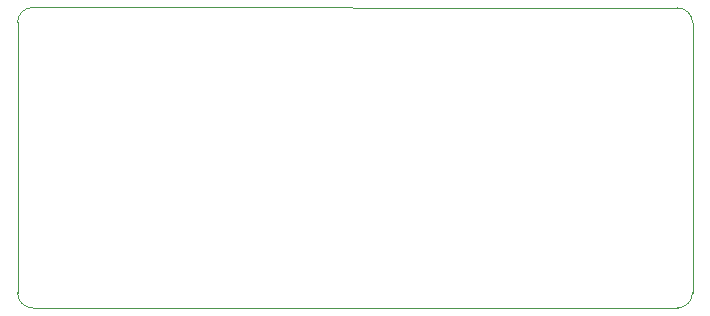
<source format=gm1>
G04 #@! TF.GenerationSoftware,KiCad,Pcbnew,7.0.5-0*
G04 #@! TF.CreationDate,2023-05-30T07:39:27+09:00*
G04 #@! TF.ProjectId,LDR6321_PD_Decoy,4c445236-3332-4315-9f50-445f4465636f,0.5*
G04 #@! TF.SameCoordinates,Original*
G04 #@! TF.FileFunction,Profile,NP*
%FSLAX46Y46*%
G04 Gerber Fmt 4.6, Leading zero omitted, Abs format (unit mm)*
G04 Created by KiCad (PCBNEW 7.0.5-0) date 2023-05-30 07:39:27*
%MOMM*%
%LPD*%
G01*
G04 APERTURE LIST*
G04 #@! TA.AperFunction,Profile*
%ADD10C,0.100000*%
G04 #@! TD*
G04 APERTURE END LIST*
D10*
X158810000Y-64770000D02*
X158810000Y-87630000D01*
X157540000Y-88900000D02*
X102930000Y-88900000D01*
X101660000Y-87630000D02*
X101660000Y-64738026D01*
X157540000Y-88900000D02*
G75*
G03*
X158810000Y-87630000I0J1270000D01*
G01*
X101660000Y-87630000D02*
G75*
G03*
X102930000Y-88900000I1270000J0D01*
G01*
X158810000Y-64770000D02*
G75*
G03*
X157540000Y-63500000I-1270000J0D01*
G01*
X102930000Y-63468026D02*
X157540000Y-63500000D01*
X102930000Y-63468000D02*
G75*
G03*
X101660000Y-64738026I0J-1270000D01*
G01*
M02*

</source>
